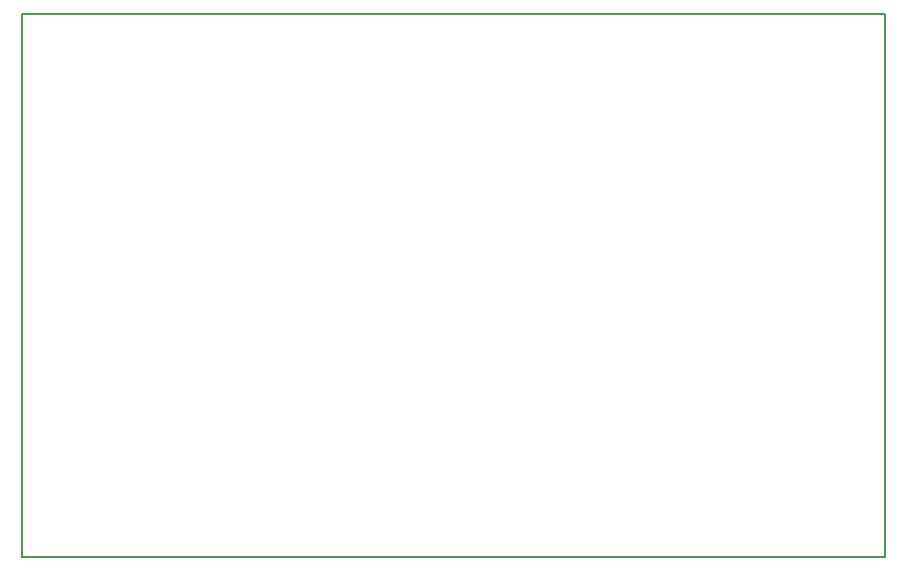
<source format=gbr>
G04 #@! TF.FileFunction,Profile,NP*
%FSLAX46Y46*%
G04 Gerber Fmt 4.6, Leading zero omitted, Abs format (unit mm)*
G04 Created by KiCad (PCBNEW 4.0.6+dfsg1-1) date Thu Nov  9 23:11:41 2017*
%MOMM*%
%LPD*%
G01*
G04 APERTURE LIST*
%ADD10C,0.100000*%
%ADD11C,0.150000*%
G04 APERTURE END LIST*
D10*
D11*
X162000000Y-70400000D02*
X89000000Y-70400000D01*
X162000000Y-116400000D02*
X162000000Y-70400000D01*
X89000000Y-116400000D02*
X162000000Y-116400000D01*
X89000000Y-70400000D02*
X89000000Y-116400000D01*
M02*

</source>
